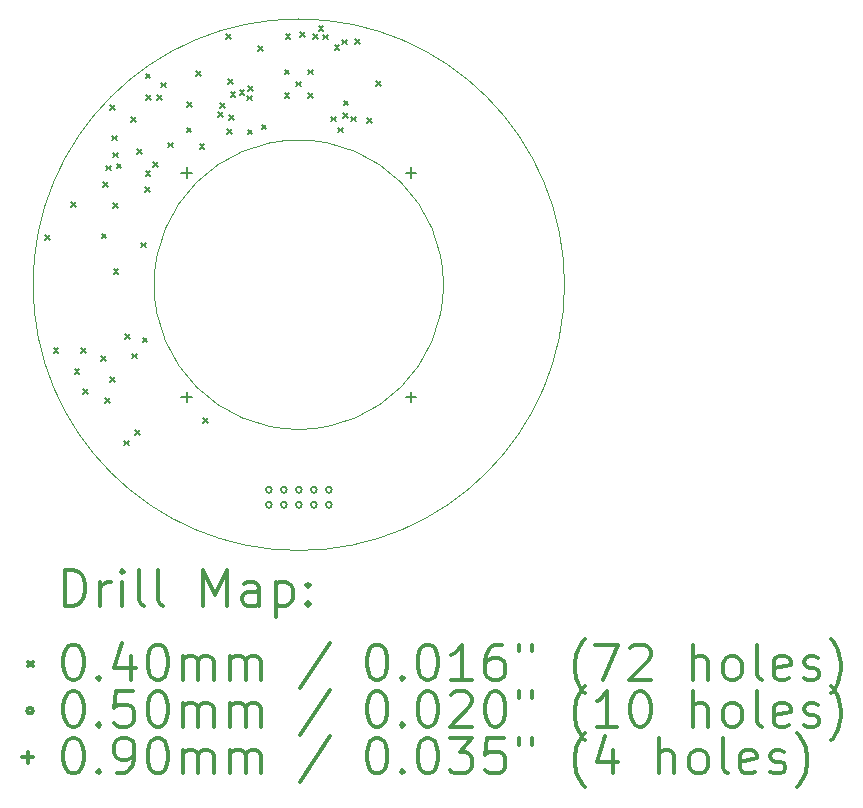
<source format=gbr>
%FSLAX45Y45*%
G04 Gerber Fmt 4.5, Leading zero omitted, Abs format (unit mm)*
G04 Created by KiCad (PCBNEW (2015-09-17 BZR 6202)-product) date 2015 September 30, Wednesday 13:53:40*
%MOMM*%
G01*
G04 APERTURE LIST*
%ADD10C,0.127000*%
%ADD11C,0.010000*%
%ADD12C,0.200000*%
%ADD13C,0.300000*%
G04 APERTURE END LIST*
D10*
D11*
X4500000Y-2250000D02*
G75*
G03X4500000Y-2250000I-2250000J0D01*
G01*
X3475000Y-2250000D02*
G75*
G03X3475000Y-2250000I-1225000J0D01*
G01*
D12*
X102000Y-1828000D02*
X142000Y-1868000D01*
X142000Y-1828000D02*
X102000Y-1868000D01*
X174000Y-2786000D02*
X214000Y-2826000D01*
X214000Y-2786000D02*
X174000Y-2826000D01*
X323000Y-1549000D02*
X363000Y-1589000D01*
X363000Y-1549000D02*
X323000Y-1589000D01*
X352000Y-2962000D02*
X392000Y-3002000D01*
X392000Y-2962000D02*
X352000Y-3002000D01*
X410000Y-2790000D02*
X450000Y-2830000D01*
X450000Y-2790000D02*
X410000Y-2830000D01*
X427000Y-3134000D02*
X467000Y-3174000D01*
X467000Y-3134000D02*
X427000Y-3174000D01*
X575000Y-2857000D02*
X615000Y-2897000D01*
X615000Y-2857000D02*
X575000Y-2897000D01*
X581000Y-1817000D02*
X621000Y-1857000D01*
X621000Y-1817000D02*
X581000Y-1857000D01*
X591000Y-1384000D02*
X631000Y-1424000D01*
X631000Y-1384000D02*
X591000Y-1424000D01*
X608000Y-3212000D02*
X648000Y-3252000D01*
X648000Y-3212000D02*
X608000Y-3252000D01*
X617000Y-1243000D02*
X657000Y-1283000D01*
X657000Y-1243000D02*
X617000Y-1283000D01*
X654000Y-3032000D02*
X694000Y-3072000D01*
X694000Y-3032000D02*
X654000Y-3072000D01*
X655000Y-731000D02*
X695000Y-771000D01*
X695000Y-731000D02*
X655000Y-771000D01*
X669000Y-988000D02*
X709000Y-1028000D01*
X709000Y-988000D02*
X669000Y-1028000D01*
X677000Y-1561000D02*
X717000Y-1601000D01*
X717000Y-1561000D02*
X677000Y-1601000D01*
X680000Y-1132000D02*
X720000Y-1172000D01*
X720000Y-1132000D02*
X680000Y-1172000D01*
X683000Y-2116000D02*
X723000Y-2156000D01*
X723000Y-2116000D02*
X683000Y-2156000D01*
X709000Y-1224000D02*
X749000Y-1264000D01*
X749000Y-1224000D02*
X709000Y-1264000D01*
X774000Y-3571000D02*
X814000Y-3611000D01*
X814000Y-3571000D02*
X774000Y-3611000D01*
X782000Y-2668000D02*
X822000Y-2708000D01*
X822000Y-2668000D02*
X782000Y-2708000D01*
X828000Y-832000D02*
X868000Y-872000D01*
X868000Y-832000D02*
X828000Y-872000D01*
X840000Y-2834000D02*
X880000Y-2874000D01*
X880000Y-2834000D02*
X840000Y-2874000D01*
X863000Y-3484000D02*
X903000Y-3524000D01*
X903000Y-3484000D02*
X863000Y-3524000D01*
X881000Y-1104000D02*
X921000Y-1144000D01*
X921000Y-1104000D02*
X881000Y-1144000D01*
X918000Y-1893000D02*
X958000Y-1933000D01*
X958000Y-1893000D02*
X918000Y-1933000D01*
X928000Y-2698000D02*
X968000Y-2738000D01*
X968000Y-2698000D02*
X928000Y-2738000D01*
X947000Y-1425000D02*
X987000Y-1465000D01*
X987000Y-1425000D02*
X947000Y-1465000D01*
X953000Y-1288000D02*
X993000Y-1328000D01*
X993000Y-1288000D02*
X953000Y-1328000D01*
X954000Y-463000D02*
X994000Y-503000D01*
X994000Y-463000D02*
X954000Y-503000D01*
X956000Y-644000D02*
X996000Y-684000D01*
X996000Y-644000D02*
X956000Y-684000D01*
X1017000Y-1214000D02*
X1057000Y-1254000D01*
X1057000Y-1214000D02*
X1017000Y-1254000D01*
X1052000Y-643000D02*
X1092000Y-683000D01*
X1092000Y-643000D02*
X1052000Y-683000D01*
X1082000Y-540000D02*
X1122000Y-580000D01*
X1122000Y-540000D02*
X1082000Y-580000D01*
X1142000Y-1046000D02*
X1182000Y-1086000D01*
X1182000Y-1046000D02*
X1142000Y-1086000D01*
X1301000Y-919000D02*
X1341000Y-959000D01*
X1341000Y-919000D02*
X1301000Y-959000D01*
X1302000Y-704000D02*
X1342000Y-744000D01*
X1342000Y-704000D02*
X1302000Y-744000D01*
X1382000Y-440000D02*
X1422000Y-480000D01*
X1422000Y-440000D02*
X1382000Y-480000D01*
X1411000Y-1057000D02*
X1451000Y-1097000D01*
X1451000Y-1057000D02*
X1411000Y-1097000D01*
X1440000Y-3380000D02*
X1480000Y-3420000D01*
X1480000Y-3380000D02*
X1440000Y-3420000D01*
X1566000Y-789000D02*
X1606000Y-829000D01*
X1606000Y-789000D02*
X1566000Y-829000D01*
X1582000Y-710000D02*
X1622000Y-750000D01*
X1622000Y-710000D02*
X1582000Y-750000D01*
X1632000Y-129000D02*
X1672000Y-169000D01*
X1672000Y-129000D02*
X1632000Y-169000D01*
X1643000Y-933000D02*
X1683000Y-973000D01*
X1683000Y-933000D02*
X1643000Y-973000D01*
X1652000Y-509000D02*
X1692000Y-549000D01*
X1692000Y-509000D02*
X1652000Y-549000D01*
X1660000Y-812000D02*
X1700000Y-852000D01*
X1700000Y-812000D02*
X1660000Y-852000D01*
X1673000Y-618000D02*
X1713000Y-658000D01*
X1713000Y-618000D02*
X1673000Y-658000D01*
X1750000Y-600000D02*
X1790000Y-640000D01*
X1790000Y-600000D02*
X1750000Y-640000D01*
X1810000Y-650000D02*
X1850000Y-690000D01*
X1850000Y-650000D02*
X1810000Y-690000D01*
X1816000Y-938000D02*
X1856000Y-978000D01*
X1856000Y-938000D02*
X1816000Y-978000D01*
X1820000Y-570000D02*
X1860000Y-610000D01*
X1860000Y-570000D02*
X1820000Y-610000D01*
X1904014Y-232579D02*
X1944014Y-272580D01*
X1944014Y-232579D02*
X1904014Y-272580D01*
X1936000Y-895000D02*
X1976000Y-935000D01*
X1976000Y-895000D02*
X1936000Y-935000D01*
X2130000Y-430000D02*
X2170000Y-470000D01*
X2170000Y-430000D02*
X2130000Y-470000D01*
X2130000Y-630000D02*
X2170000Y-670000D01*
X2170000Y-630000D02*
X2130000Y-670000D01*
X2139000Y-128000D02*
X2179000Y-168000D01*
X2179000Y-128000D02*
X2139000Y-168000D01*
X2230000Y-530000D02*
X2270000Y-570000D01*
X2270000Y-530000D02*
X2230000Y-570000D01*
X2260000Y-113000D02*
X2300000Y-153000D01*
X2300000Y-113000D02*
X2260000Y-153000D01*
X2330000Y-430000D02*
X2370000Y-470000D01*
X2370000Y-430000D02*
X2330000Y-470000D01*
X2330000Y-630000D02*
X2370000Y-670000D01*
X2370000Y-630000D02*
X2330000Y-670000D01*
X2371000Y-127000D02*
X2411000Y-167000D01*
X2411000Y-127000D02*
X2371000Y-167000D01*
X2418000Y-62000D02*
X2458000Y-102000D01*
X2458000Y-62000D02*
X2418000Y-102000D01*
X2454000Y-132000D02*
X2494000Y-172000D01*
X2494000Y-132000D02*
X2454000Y-172000D01*
X2524000Y-826000D02*
X2564000Y-866000D01*
X2564000Y-826000D02*
X2524000Y-866000D01*
X2553000Y-222000D02*
X2593000Y-262000D01*
X2593000Y-222000D02*
X2553000Y-262000D01*
X2585000Y-919000D02*
X2625000Y-959000D01*
X2625000Y-919000D02*
X2585000Y-959000D01*
X2620000Y-174000D02*
X2660000Y-214000D01*
X2660000Y-174000D02*
X2620000Y-214000D01*
X2626000Y-795000D02*
X2666000Y-835000D01*
X2666000Y-795000D02*
X2626000Y-835000D01*
X2629000Y-692000D02*
X2669000Y-732000D01*
X2669000Y-692000D02*
X2629000Y-732000D01*
X2696000Y-828000D02*
X2736000Y-868000D01*
X2736000Y-828000D02*
X2696000Y-868000D01*
X2730000Y-168000D02*
X2770000Y-208000D01*
X2770000Y-168000D02*
X2730000Y-208000D01*
X2829000Y-837000D02*
X2869000Y-877000D01*
X2869000Y-837000D02*
X2829000Y-877000D01*
X2904000Y-524000D02*
X2944000Y-564000D01*
X2944000Y-524000D02*
X2904000Y-564000D01*
X2021000Y-3986500D02*
G75*
G03X2021000Y-3986500I-25000J0D01*
G01*
X2021000Y-4113500D02*
G75*
G03X2021000Y-4113500I-25000J0D01*
G01*
X2148000Y-3986500D02*
G75*
G03X2148000Y-3986500I-25000J0D01*
G01*
X2148000Y-4113500D02*
G75*
G03X2148000Y-4113500I-25000J0D01*
G01*
X2275000Y-3986500D02*
G75*
G03X2275000Y-3986500I-25000J0D01*
G01*
X2275000Y-4113500D02*
G75*
G03X2275000Y-4113500I-25000J0D01*
G01*
X2402000Y-3986500D02*
G75*
G03X2402000Y-3986500I-25000J0D01*
G01*
X2402000Y-4113500D02*
G75*
G03X2402000Y-4113500I-25000J0D01*
G01*
X2529000Y-3986500D02*
G75*
G03X2529000Y-3986500I-25000J0D01*
G01*
X2529000Y-4113500D02*
G75*
G03X2529000Y-4113500I-25000J0D01*
G01*
X1300000Y-1255000D02*
X1300000Y-1345000D01*
X1255000Y-1300000D02*
X1345000Y-1300000D01*
X1300000Y-3155000D02*
X1300000Y-3245000D01*
X1255000Y-3200000D02*
X1345000Y-3200000D01*
X3200000Y-1255000D02*
X3200000Y-1345000D01*
X3155000Y-1300000D02*
X3245000Y-1300000D01*
X3200000Y-3155000D02*
X3200000Y-3245000D01*
X3155000Y-3200000D02*
X3245000Y-3200000D01*
D13*
X270929Y-4966214D02*
X270929Y-4666214D01*
X342357Y-4666214D01*
X385214Y-4680500D01*
X413786Y-4709072D01*
X428071Y-4737643D01*
X442357Y-4794786D01*
X442357Y-4837643D01*
X428071Y-4894786D01*
X413786Y-4923357D01*
X385214Y-4951929D01*
X342357Y-4966214D01*
X270929Y-4966214D01*
X570929Y-4966214D02*
X570929Y-4766214D01*
X570929Y-4823357D02*
X585214Y-4794786D01*
X599500Y-4780500D01*
X628071Y-4766214D01*
X656643Y-4766214D01*
X756643Y-4966214D02*
X756643Y-4766214D01*
X756643Y-4666214D02*
X742357Y-4680500D01*
X756643Y-4694786D01*
X770928Y-4680500D01*
X756643Y-4666214D01*
X756643Y-4694786D01*
X942357Y-4966214D02*
X913786Y-4951929D01*
X899500Y-4923357D01*
X899500Y-4666214D01*
X1099500Y-4966214D02*
X1070929Y-4951929D01*
X1056643Y-4923357D01*
X1056643Y-4666214D01*
X1442357Y-4966214D02*
X1442357Y-4666214D01*
X1542357Y-4880500D01*
X1642357Y-4666214D01*
X1642357Y-4966214D01*
X1913786Y-4966214D02*
X1913786Y-4809072D01*
X1899500Y-4780500D01*
X1870928Y-4766214D01*
X1813786Y-4766214D01*
X1785214Y-4780500D01*
X1913786Y-4951929D02*
X1885214Y-4966214D01*
X1813786Y-4966214D01*
X1785214Y-4951929D01*
X1770928Y-4923357D01*
X1770928Y-4894786D01*
X1785214Y-4866214D01*
X1813786Y-4851929D01*
X1885214Y-4851929D01*
X1913786Y-4837643D01*
X2056643Y-4766214D02*
X2056643Y-5066214D01*
X2056643Y-4780500D02*
X2085214Y-4766214D01*
X2142357Y-4766214D01*
X2170929Y-4780500D01*
X2185214Y-4794786D01*
X2199500Y-4823357D01*
X2199500Y-4909072D01*
X2185214Y-4937643D01*
X2170929Y-4951929D01*
X2142357Y-4966214D01*
X2085214Y-4966214D01*
X2056643Y-4951929D01*
X2328071Y-4937643D02*
X2342357Y-4951929D01*
X2328071Y-4966214D01*
X2313786Y-4951929D01*
X2328071Y-4937643D01*
X2328071Y-4966214D01*
X2328071Y-4780500D02*
X2342357Y-4794786D01*
X2328071Y-4809072D01*
X2313786Y-4794786D01*
X2328071Y-4780500D01*
X2328071Y-4809072D01*
X-40500Y-5440500D02*
X-500Y-5480500D01*
X-500Y-5440500D02*
X-40500Y-5480500D01*
X328071Y-5296214D02*
X356643Y-5296214D01*
X385214Y-5310500D01*
X399500Y-5324786D01*
X413786Y-5353357D01*
X428071Y-5410500D01*
X428071Y-5481929D01*
X413786Y-5539072D01*
X399500Y-5567643D01*
X385214Y-5581929D01*
X356643Y-5596214D01*
X328071Y-5596214D01*
X299500Y-5581929D01*
X285214Y-5567643D01*
X270929Y-5539072D01*
X256643Y-5481929D01*
X256643Y-5410500D01*
X270929Y-5353357D01*
X285214Y-5324786D01*
X299500Y-5310500D01*
X328071Y-5296214D01*
X556643Y-5567643D02*
X570929Y-5581929D01*
X556643Y-5596214D01*
X542357Y-5581929D01*
X556643Y-5567643D01*
X556643Y-5596214D01*
X828071Y-5396214D02*
X828071Y-5596214D01*
X756643Y-5281929D02*
X685214Y-5496214D01*
X870928Y-5496214D01*
X1042357Y-5296214D02*
X1070929Y-5296214D01*
X1099500Y-5310500D01*
X1113786Y-5324786D01*
X1128071Y-5353357D01*
X1142357Y-5410500D01*
X1142357Y-5481929D01*
X1128071Y-5539072D01*
X1113786Y-5567643D01*
X1099500Y-5581929D01*
X1070929Y-5596214D01*
X1042357Y-5596214D01*
X1013786Y-5581929D01*
X999500Y-5567643D01*
X985214Y-5539072D01*
X970928Y-5481929D01*
X970928Y-5410500D01*
X985214Y-5353357D01*
X999500Y-5324786D01*
X1013786Y-5310500D01*
X1042357Y-5296214D01*
X1270929Y-5596214D02*
X1270929Y-5396214D01*
X1270929Y-5424786D02*
X1285214Y-5410500D01*
X1313786Y-5396214D01*
X1356643Y-5396214D01*
X1385214Y-5410500D01*
X1399500Y-5439072D01*
X1399500Y-5596214D01*
X1399500Y-5439072D02*
X1413786Y-5410500D01*
X1442357Y-5396214D01*
X1485214Y-5396214D01*
X1513786Y-5410500D01*
X1528071Y-5439072D01*
X1528071Y-5596214D01*
X1670928Y-5596214D02*
X1670928Y-5396214D01*
X1670928Y-5424786D02*
X1685214Y-5410500D01*
X1713786Y-5396214D01*
X1756643Y-5396214D01*
X1785214Y-5410500D01*
X1799500Y-5439072D01*
X1799500Y-5596214D01*
X1799500Y-5439072D02*
X1813786Y-5410500D01*
X1842357Y-5396214D01*
X1885214Y-5396214D01*
X1913786Y-5410500D01*
X1928071Y-5439072D01*
X1928071Y-5596214D01*
X2513786Y-5281929D02*
X2256643Y-5667643D01*
X2899500Y-5296214D02*
X2928071Y-5296214D01*
X2956643Y-5310500D01*
X2970928Y-5324786D01*
X2985214Y-5353357D01*
X2999500Y-5410500D01*
X2999500Y-5481929D01*
X2985214Y-5539072D01*
X2970928Y-5567643D01*
X2956643Y-5581929D01*
X2928071Y-5596214D01*
X2899500Y-5596214D01*
X2870928Y-5581929D01*
X2856643Y-5567643D01*
X2842357Y-5539072D01*
X2828071Y-5481929D01*
X2828071Y-5410500D01*
X2842357Y-5353357D01*
X2856643Y-5324786D01*
X2870928Y-5310500D01*
X2899500Y-5296214D01*
X3128071Y-5567643D02*
X3142357Y-5581929D01*
X3128071Y-5596214D01*
X3113786Y-5581929D01*
X3128071Y-5567643D01*
X3128071Y-5596214D01*
X3328071Y-5296214D02*
X3356643Y-5296214D01*
X3385214Y-5310500D01*
X3399500Y-5324786D01*
X3413785Y-5353357D01*
X3428071Y-5410500D01*
X3428071Y-5481929D01*
X3413785Y-5539072D01*
X3399500Y-5567643D01*
X3385214Y-5581929D01*
X3356643Y-5596214D01*
X3328071Y-5596214D01*
X3299500Y-5581929D01*
X3285214Y-5567643D01*
X3270928Y-5539072D01*
X3256643Y-5481929D01*
X3256643Y-5410500D01*
X3270928Y-5353357D01*
X3285214Y-5324786D01*
X3299500Y-5310500D01*
X3328071Y-5296214D01*
X3713785Y-5596214D02*
X3542357Y-5596214D01*
X3628071Y-5596214D02*
X3628071Y-5296214D01*
X3599500Y-5339072D01*
X3570928Y-5367643D01*
X3542357Y-5381929D01*
X3970928Y-5296214D02*
X3913785Y-5296214D01*
X3885214Y-5310500D01*
X3870928Y-5324786D01*
X3842357Y-5367643D01*
X3828071Y-5424786D01*
X3828071Y-5539072D01*
X3842357Y-5567643D01*
X3856643Y-5581929D01*
X3885214Y-5596214D01*
X3942357Y-5596214D01*
X3970928Y-5581929D01*
X3985214Y-5567643D01*
X3999500Y-5539072D01*
X3999500Y-5467643D01*
X3985214Y-5439072D01*
X3970928Y-5424786D01*
X3942357Y-5410500D01*
X3885214Y-5410500D01*
X3856643Y-5424786D01*
X3842357Y-5439072D01*
X3828071Y-5467643D01*
X4113786Y-5296214D02*
X4113786Y-5353357D01*
X4228071Y-5296214D02*
X4228071Y-5353357D01*
X4670928Y-5710500D02*
X4656643Y-5696214D01*
X4628071Y-5653357D01*
X4613786Y-5624786D01*
X4599500Y-5581929D01*
X4585214Y-5510500D01*
X4585214Y-5453357D01*
X4599500Y-5381929D01*
X4613786Y-5339072D01*
X4628071Y-5310500D01*
X4656643Y-5267643D01*
X4670928Y-5253357D01*
X4756643Y-5296214D02*
X4956643Y-5296214D01*
X4828071Y-5596214D01*
X5056643Y-5324786D02*
X5070928Y-5310500D01*
X5099500Y-5296214D01*
X5170928Y-5296214D01*
X5199500Y-5310500D01*
X5213786Y-5324786D01*
X5228071Y-5353357D01*
X5228071Y-5381929D01*
X5213786Y-5424786D01*
X5042357Y-5596214D01*
X5228071Y-5596214D01*
X5585214Y-5596214D02*
X5585214Y-5296214D01*
X5713785Y-5596214D02*
X5713785Y-5439072D01*
X5699500Y-5410500D01*
X5670928Y-5396214D01*
X5628071Y-5396214D01*
X5599500Y-5410500D01*
X5585214Y-5424786D01*
X5899500Y-5596214D02*
X5870928Y-5581929D01*
X5856643Y-5567643D01*
X5842357Y-5539072D01*
X5842357Y-5453357D01*
X5856643Y-5424786D01*
X5870928Y-5410500D01*
X5899500Y-5396214D01*
X5942357Y-5396214D01*
X5970928Y-5410500D01*
X5985214Y-5424786D01*
X5999500Y-5453357D01*
X5999500Y-5539072D01*
X5985214Y-5567643D01*
X5970928Y-5581929D01*
X5942357Y-5596214D01*
X5899500Y-5596214D01*
X6170928Y-5596214D02*
X6142357Y-5581929D01*
X6128071Y-5553357D01*
X6128071Y-5296214D01*
X6399500Y-5581929D02*
X6370928Y-5596214D01*
X6313786Y-5596214D01*
X6285214Y-5581929D01*
X6270928Y-5553357D01*
X6270928Y-5439072D01*
X6285214Y-5410500D01*
X6313786Y-5396214D01*
X6370928Y-5396214D01*
X6399500Y-5410500D01*
X6413786Y-5439072D01*
X6413786Y-5467643D01*
X6270928Y-5496214D01*
X6528071Y-5581929D02*
X6556643Y-5596214D01*
X6613786Y-5596214D01*
X6642357Y-5581929D01*
X6656643Y-5553357D01*
X6656643Y-5539072D01*
X6642357Y-5510500D01*
X6613786Y-5496214D01*
X6570928Y-5496214D01*
X6542357Y-5481929D01*
X6528071Y-5453357D01*
X6528071Y-5439072D01*
X6542357Y-5410500D01*
X6570928Y-5396214D01*
X6613786Y-5396214D01*
X6642357Y-5410500D01*
X6756643Y-5710500D02*
X6770928Y-5696214D01*
X6799500Y-5653357D01*
X6813786Y-5624786D01*
X6828071Y-5581929D01*
X6842357Y-5510500D01*
X6842357Y-5453357D01*
X6828071Y-5381929D01*
X6813786Y-5339072D01*
X6799500Y-5310500D01*
X6770928Y-5267643D01*
X6756643Y-5253357D01*
X-500Y-5856500D02*
G75*
G03X-500Y-5856500I-25000J0D01*
G01*
X328071Y-5692214D02*
X356643Y-5692214D01*
X385214Y-5706500D01*
X399500Y-5720786D01*
X413786Y-5749357D01*
X428071Y-5806500D01*
X428071Y-5877929D01*
X413786Y-5935071D01*
X399500Y-5963643D01*
X385214Y-5977929D01*
X356643Y-5992214D01*
X328071Y-5992214D01*
X299500Y-5977929D01*
X285214Y-5963643D01*
X270929Y-5935071D01*
X256643Y-5877929D01*
X256643Y-5806500D01*
X270929Y-5749357D01*
X285214Y-5720786D01*
X299500Y-5706500D01*
X328071Y-5692214D01*
X556643Y-5963643D02*
X570929Y-5977929D01*
X556643Y-5992214D01*
X542357Y-5977929D01*
X556643Y-5963643D01*
X556643Y-5992214D01*
X842357Y-5692214D02*
X699500Y-5692214D01*
X685214Y-5835071D01*
X699500Y-5820786D01*
X728071Y-5806500D01*
X799500Y-5806500D01*
X828071Y-5820786D01*
X842357Y-5835071D01*
X856643Y-5863643D01*
X856643Y-5935071D01*
X842357Y-5963643D01*
X828071Y-5977929D01*
X799500Y-5992214D01*
X728071Y-5992214D01*
X699500Y-5977929D01*
X685214Y-5963643D01*
X1042357Y-5692214D02*
X1070929Y-5692214D01*
X1099500Y-5706500D01*
X1113786Y-5720786D01*
X1128071Y-5749357D01*
X1142357Y-5806500D01*
X1142357Y-5877929D01*
X1128071Y-5935071D01*
X1113786Y-5963643D01*
X1099500Y-5977929D01*
X1070929Y-5992214D01*
X1042357Y-5992214D01*
X1013786Y-5977929D01*
X999500Y-5963643D01*
X985214Y-5935071D01*
X970928Y-5877929D01*
X970928Y-5806500D01*
X985214Y-5749357D01*
X999500Y-5720786D01*
X1013786Y-5706500D01*
X1042357Y-5692214D01*
X1270929Y-5992214D02*
X1270929Y-5792214D01*
X1270929Y-5820786D02*
X1285214Y-5806500D01*
X1313786Y-5792214D01*
X1356643Y-5792214D01*
X1385214Y-5806500D01*
X1399500Y-5835071D01*
X1399500Y-5992214D01*
X1399500Y-5835071D02*
X1413786Y-5806500D01*
X1442357Y-5792214D01*
X1485214Y-5792214D01*
X1513786Y-5806500D01*
X1528071Y-5835071D01*
X1528071Y-5992214D01*
X1670928Y-5992214D02*
X1670928Y-5792214D01*
X1670928Y-5820786D02*
X1685214Y-5806500D01*
X1713786Y-5792214D01*
X1756643Y-5792214D01*
X1785214Y-5806500D01*
X1799500Y-5835071D01*
X1799500Y-5992214D01*
X1799500Y-5835071D02*
X1813786Y-5806500D01*
X1842357Y-5792214D01*
X1885214Y-5792214D01*
X1913786Y-5806500D01*
X1928071Y-5835071D01*
X1928071Y-5992214D01*
X2513786Y-5677929D02*
X2256643Y-6063643D01*
X2899500Y-5692214D02*
X2928071Y-5692214D01*
X2956643Y-5706500D01*
X2970928Y-5720786D01*
X2985214Y-5749357D01*
X2999500Y-5806500D01*
X2999500Y-5877929D01*
X2985214Y-5935071D01*
X2970928Y-5963643D01*
X2956643Y-5977929D01*
X2928071Y-5992214D01*
X2899500Y-5992214D01*
X2870928Y-5977929D01*
X2856643Y-5963643D01*
X2842357Y-5935071D01*
X2828071Y-5877929D01*
X2828071Y-5806500D01*
X2842357Y-5749357D01*
X2856643Y-5720786D01*
X2870928Y-5706500D01*
X2899500Y-5692214D01*
X3128071Y-5963643D02*
X3142357Y-5977929D01*
X3128071Y-5992214D01*
X3113786Y-5977929D01*
X3128071Y-5963643D01*
X3128071Y-5992214D01*
X3328071Y-5692214D02*
X3356643Y-5692214D01*
X3385214Y-5706500D01*
X3399500Y-5720786D01*
X3413785Y-5749357D01*
X3428071Y-5806500D01*
X3428071Y-5877929D01*
X3413785Y-5935071D01*
X3399500Y-5963643D01*
X3385214Y-5977929D01*
X3356643Y-5992214D01*
X3328071Y-5992214D01*
X3299500Y-5977929D01*
X3285214Y-5963643D01*
X3270928Y-5935071D01*
X3256643Y-5877929D01*
X3256643Y-5806500D01*
X3270928Y-5749357D01*
X3285214Y-5720786D01*
X3299500Y-5706500D01*
X3328071Y-5692214D01*
X3542357Y-5720786D02*
X3556643Y-5706500D01*
X3585214Y-5692214D01*
X3656643Y-5692214D01*
X3685214Y-5706500D01*
X3699500Y-5720786D01*
X3713785Y-5749357D01*
X3713785Y-5777929D01*
X3699500Y-5820786D01*
X3528071Y-5992214D01*
X3713785Y-5992214D01*
X3899500Y-5692214D02*
X3928071Y-5692214D01*
X3956643Y-5706500D01*
X3970928Y-5720786D01*
X3985214Y-5749357D01*
X3999500Y-5806500D01*
X3999500Y-5877929D01*
X3985214Y-5935071D01*
X3970928Y-5963643D01*
X3956643Y-5977929D01*
X3928071Y-5992214D01*
X3899500Y-5992214D01*
X3870928Y-5977929D01*
X3856643Y-5963643D01*
X3842357Y-5935071D01*
X3828071Y-5877929D01*
X3828071Y-5806500D01*
X3842357Y-5749357D01*
X3856643Y-5720786D01*
X3870928Y-5706500D01*
X3899500Y-5692214D01*
X4113786Y-5692214D02*
X4113786Y-5749357D01*
X4228071Y-5692214D02*
X4228071Y-5749357D01*
X4670928Y-6106500D02*
X4656643Y-6092214D01*
X4628071Y-6049357D01*
X4613786Y-6020786D01*
X4599500Y-5977929D01*
X4585214Y-5906500D01*
X4585214Y-5849357D01*
X4599500Y-5777929D01*
X4613786Y-5735071D01*
X4628071Y-5706500D01*
X4656643Y-5663643D01*
X4670928Y-5649357D01*
X4942357Y-5992214D02*
X4770928Y-5992214D01*
X4856643Y-5992214D02*
X4856643Y-5692214D01*
X4828071Y-5735071D01*
X4799500Y-5763643D01*
X4770928Y-5777929D01*
X5128071Y-5692214D02*
X5156643Y-5692214D01*
X5185214Y-5706500D01*
X5199500Y-5720786D01*
X5213786Y-5749357D01*
X5228071Y-5806500D01*
X5228071Y-5877929D01*
X5213786Y-5935071D01*
X5199500Y-5963643D01*
X5185214Y-5977929D01*
X5156643Y-5992214D01*
X5128071Y-5992214D01*
X5099500Y-5977929D01*
X5085214Y-5963643D01*
X5070928Y-5935071D01*
X5056643Y-5877929D01*
X5056643Y-5806500D01*
X5070928Y-5749357D01*
X5085214Y-5720786D01*
X5099500Y-5706500D01*
X5128071Y-5692214D01*
X5585214Y-5992214D02*
X5585214Y-5692214D01*
X5713785Y-5992214D02*
X5713785Y-5835071D01*
X5699500Y-5806500D01*
X5670928Y-5792214D01*
X5628071Y-5792214D01*
X5599500Y-5806500D01*
X5585214Y-5820786D01*
X5899500Y-5992214D02*
X5870928Y-5977929D01*
X5856643Y-5963643D01*
X5842357Y-5935071D01*
X5842357Y-5849357D01*
X5856643Y-5820786D01*
X5870928Y-5806500D01*
X5899500Y-5792214D01*
X5942357Y-5792214D01*
X5970928Y-5806500D01*
X5985214Y-5820786D01*
X5999500Y-5849357D01*
X5999500Y-5935071D01*
X5985214Y-5963643D01*
X5970928Y-5977929D01*
X5942357Y-5992214D01*
X5899500Y-5992214D01*
X6170928Y-5992214D02*
X6142357Y-5977929D01*
X6128071Y-5949357D01*
X6128071Y-5692214D01*
X6399500Y-5977929D02*
X6370928Y-5992214D01*
X6313786Y-5992214D01*
X6285214Y-5977929D01*
X6270928Y-5949357D01*
X6270928Y-5835071D01*
X6285214Y-5806500D01*
X6313786Y-5792214D01*
X6370928Y-5792214D01*
X6399500Y-5806500D01*
X6413786Y-5835071D01*
X6413786Y-5863643D01*
X6270928Y-5892214D01*
X6528071Y-5977929D02*
X6556643Y-5992214D01*
X6613786Y-5992214D01*
X6642357Y-5977929D01*
X6656643Y-5949357D01*
X6656643Y-5935071D01*
X6642357Y-5906500D01*
X6613786Y-5892214D01*
X6570928Y-5892214D01*
X6542357Y-5877929D01*
X6528071Y-5849357D01*
X6528071Y-5835071D01*
X6542357Y-5806500D01*
X6570928Y-5792214D01*
X6613786Y-5792214D01*
X6642357Y-5806500D01*
X6756643Y-6106500D02*
X6770928Y-6092214D01*
X6799500Y-6049357D01*
X6813786Y-6020786D01*
X6828071Y-5977929D01*
X6842357Y-5906500D01*
X6842357Y-5849357D01*
X6828071Y-5777929D01*
X6813786Y-5735071D01*
X6799500Y-5706500D01*
X6770928Y-5663643D01*
X6756643Y-5649357D01*
X-45500Y-6207500D02*
X-45500Y-6297500D01*
X-90500Y-6252500D02*
X-500Y-6252500D01*
X328071Y-6088214D02*
X356643Y-6088214D01*
X385214Y-6102500D01*
X399500Y-6116786D01*
X413786Y-6145357D01*
X428071Y-6202500D01*
X428071Y-6273929D01*
X413786Y-6331071D01*
X399500Y-6359643D01*
X385214Y-6373929D01*
X356643Y-6388214D01*
X328071Y-6388214D01*
X299500Y-6373929D01*
X285214Y-6359643D01*
X270929Y-6331071D01*
X256643Y-6273929D01*
X256643Y-6202500D01*
X270929Y-6145357D01*
X285214Y-6116786D01*
X299500Y-6102500D01*
X328071Y-6088214D01*
X556643Y-6359643D02*
X570929Y-6373929D01*
X556643Y-6388214D01*
X542357Y-6373929D01*
X556643Y-6359643D01*
X556643Y-6388214D01*
X713786Y-6388214D02*
X770928Y-6388214D01*
X799500Y-6373929D01*
X813786Y-6359643D01*
X842357Y-6316786D01*
X856643Y-6259643D01*
X856643Y-6145357D01*
X842357Y-6116786D01*
X828071Y-6102500D01*
X799500Y-6088214D01*
X742357Y-6088214D01*
X713786Y-6102500D01*
X699500Y-6116786D01*
X685214Y-6145357D01*
X685214Y-6216786D01*
X699500Y-6245357D01*
X713786Y-6259643D01*
X742357Y-6273929D01*
X799500Y-6273929D01*
X828071Y-6259643D01*
X842357Y-6245357D01*
X856643Y-6216786D01*
X1042357Y-6088214D02*
X1070929Y-6088214D01*
X1099500Y-6102500D01*
X1113786Y-6116786D01*
X1128071Y-6145357D01*
X1142357Y-6202500D01*
X1142357Y-6273929D01*
X1128071Y-6331071D01*
X1113786Y-6359643D01*
X1099500Y-6373929D01*
X1070929Y-6388214D01*
X1042357Y-6388214D01*
X1013786Y-6373929D01*
X999500Y-6359643D01*
X985214Y-6331071D01*
X970928Y-6273929D01*
X970928Y-6202500D01*
X985214Y-6145357D01*
X999500Y-6116786D01*
X1013786Y-6102500D01*
X1042357Y-6088214D01*
X1270929Y-6388214D02*
X1270929Y-6188214D01*
X1270929Y-6216786D02*
X1285214Y-6202500D01*
X1313786Y-6188214D01*
X1356643Y-6188214D01*
X1385214Y-6202500D01*
X1399500Y-6231071D01*
X1399500Y-6388214D01*
X1399500Y-6231071D02*
X1413786Y-6202500D01*
X1442357Y-6188214D01*
X1485214Y-6188214D01*
X1513786Y-6202500D01*
X1528071Y-6231071D01*
X1528071Y-6388214D01*
X1670928Y-6388214D02*
X1670928Y-6188214D01*
X1670928Y-6216786D02*
X1685214Y-6202500D01*
X1713786Y-6188214D01*
X1756643Y-6188214D01*
X1785214Y-6202500D01*
X1799500Y-6231071D01*
X1799500Y-6388214D01*
X1799500Y-6231071D02*
X1813786Y-6202500D01*
X1842357Y-6188214D01*
X1885214Y-6188214D01*
X1913786Y-6202500D01*
X1928071Y-6231071D01*
X1928071Y-6388214D01*
X2513786Y-6073929D02*
X2256643Y-6459643D01*
X2899500Y-6088214D02*
X2928071Y-6088214D01*
X2956643Y-6102500D01*
X2970928Y-6116786D01*
X2985214Y-6145357D01*
X2999500Y-6202500D01*
X2999500Y-6273929D01*
X2985214Y-6331071D01*
X2970928Y-6359643D01*
X2956643Y-6373929D01*
X2928071Y-6388214D01*
X2899500Y-6388214D01*
X2870928Y-6373929D01*
X2856643Y-6359643D01*
X2842357Y-6331071D01*
X2828071Y-6273929D01*
X2828071Y-6202500D01*
X2842357Y-6145357D01*
X2856643Y-6116786D01*
X2870928Y-6102500D01*
X2899500Y-6088214D01*
X3128071Y-6359643D02*
X3142357Y-6373929D01*
X3128071Y-6388214D01*
X3113786Y-6373929D01*
X3128071Y-6359643D01*
X3128071Y-6388214D01*
X3328071Y-6088214D02*
X3356643Y-6088214D01*
X3385214Y-6102500D01*
X3399500Y-6116786D01*
X3413785Y-6145357D01*
X3428071Y-6202500D01*
X3428071Y-6273929D01*
X3413785Y-6331071D01*
X3399500Y-6359643D01*
X3385214Y-6373929D01*
X3356643Y-6388214D01*
X3328071Y-6388214D01*
X3299500Y-6373929D01*
X3285214Y-6359643D01*
X3270928Y-6331071D01*
X3256643Y-6273929D01*
X3256643Y-6202500D01*
X3270928Y-6145357D01*
X3285214Y-6116786D01*
X3299500Y-6102500D01*
X3328071Y-6088214D01*
X3528071Y-6088214D02*
X3713785Y-6088214D01*
X3613785Y-6202500D01*
X3656643Y-6202500D01*
X3685214Y-6216786D01*
X3699500Y-6231071D01*
X3713785Y-6259643D01*
X3713785Y-6331071D01*
X3699500Y-6359643D01*
X3685214Y-6373929D01*
X3656643Y-6388214D01*
X3570928Y-6388214D01*
X3542357Y-6373929D01*
X3528071Y-6359643D01*
X3985214Y-6088214D02*
X3842357Y-6088214D01*
X3828071Y-6231071D01*
X3842357Y-6216786D01*
X3870928Y-6202500D01*
X3942357Y-6202500D01*
X3970928Y-6216786D01*
X3985214Y-6231071D01*
X3999500Y-6259643D01*
X3999500Y-6331071D01*
X3985214Y-6359643D01*
X3970928Y-6373929D01*
X3942357Y-6388214D01*
X3870928Y-6388214D01*
X3842357Y-6373929D01*
X3828071Y-6359643D01*
X4113786Y-6088214D02*
X4113786Y-6145357D01*
X4228071Y-6088214D02*
X4228071Y-6145357D01*
X4670928Y-6502500D02*
X4656643Y-6488214D01*
X4628071Y-6445357D01*
X4613786Y-6416786D01*
X4599500Y-6373929D01*
X4585214Y-6302500D01*
X4585214Y-6245357D01*
X4599500Y-6173929D01*
X4613786Y-6131071D01*
X4628071Y-6102500D01*
X4656643Y-6059643D01*
X4670928Y-6045357D01*
X4913786Y-6188214D02*
X4913786Y-6388214D01*
X4842357Y-6073929D02*
X4770928Y-6288214D01*
X4956643Y-6288214D01*
X5299500Y-6388214D02*
X5299500Y-6088214D01*
X5428071Y-6388214D02*
X5428071Y-6231071D01*
X5413786Y-6202500D01*
X5385214Y-6188214D01*
X5342357Y-6188214D01*
X5313786Y-6202500D01*
X5299500Y-6216786D01*
X5613785Y-6388214D02*
X5585214Y-6373929D01*
X5570928Y-6359643D01*
X5556643Y-6331071D01*
X5556643Y-6245357D01*
X5570928Y-6216786D01*
X5585214Y-6202500D01*
X5613785Y-6188214D01*
X5656643Y-6188214D01*
X5685214Y-6202500D01*
X5699500Y-6216786D01*
X5713785Y-6245357D01*
X5713785Y-6331071D01*
X5699500Y-6359643D01*
X5685214Y-6373929D01*
X5656643Y-6388214D01*
X5613785Y-6388214D01*
X5885214Y-6388214D02*
X5856643Y-6373929D01*
X5842357Y-6345357D01*
X5842357Y-6088214D01*
X6113786Y-6373929D02*
X6085214Y-6388214D01*
X6028071Y-6388214D01*
X5999500Y-6373929D01*
X5985214Y-6345357D01*
X5985214Y-6231071D01*
X5999500Y-6202500D01*
X6028071Y-6188214D01*
X6085214Y-6188214D01*
X6113786Y-6202500D01*
X6128071Y-6231071D01*
X6128071Y-6259643D01*
X5985214Y-6288214D01*
X6242357Y-6373929D02*
X6270928Y-6388214D01*
X6328071Y-6388214D01*
X6356643Y-6373929D01*
X6370928Y-6345357D01*
X6370928Y-6331071D01*
X6356643Y-6302500D01*
X6328071Y-6288214D01*
X6285214Y-6288214D01*
X6256643Y-6273929D01*
X6242357Y-6245357D01*
X6242357Y-6231071D01*
X6256643Y-6202500D01*
X6285214Y-6188214D01*
X6328071Y-6188214D01*
X6356643Y-6202500D01*
X6470928Y-6502500D02*
X6485214Y-6488214D01*
X6513786Y-6445357D01*
X6528071Y-6416786D01*
X6542357Y-6373929D01*
X6556643Y-6302500D01*
X6556643Y-6245357D01*
X6542357Y-6173929D01*
X6528071Y-6131071D01*
X6513786Y-6102500D01*
X6485214Y-6059643D01*
X6470928Y-6045357D01*
M02*

</source>
